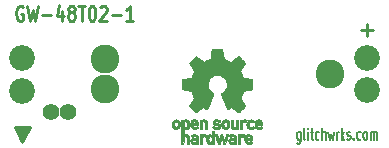
<source format=gbr>
G04 #@! TF.FileFunction,Soldermask,Top*
%FSLAX46Y46*%
G04 Gerber Fmt 4.6, Leading zero omitted, Abs format (unit mm)*
G04 Created by KiCad (PCBNEW 4.0.4-stable) date Tue Aug  1 11:33:22 2017*
%MOMM*%
%LPD*%
G01*
G04 APERTURE LIST*
%ADD10C,0.100000*%
%ADD11C,0.158750*%
%ADD12C,0.254000*%
%ADD13C,0.010000*%
%ADD14C,2.432000*%
%ADD15C,1.400760*%
%ADD16C,2.178000*%
G04 APERTURE END LIST*
D10*
D11*
X151840594Y-45502286D02*
X151840594Y-46324762D01*
X151810356Y-46421524D01*
X151780118Y-46469905D01*
X151719642Y-46518286D01*
X151628928Y-46518286D01*
X151568451Y-46469905D01*
X151840594Y-46131238D02*
X151780118Y-46179619D01*
X151659166Y-46179619D01*
X151598690Y-46131238D01*
X151568451Y-46082857D01*
X151538213Y-45986095D01*
X151538213Y-45695810D01*
X151568451Y-45599048D01*
X151598690Y-45550667D01*
X151659166Y-45502286D01*
X151780118Y-45502286D01*
X151840594Y-45550667D01*
X152233690Y-46179619D02*
X152173214Y-46131238D01*
X152142975Y-46034476D01*
X152142975Y-45163619D01*
X152475594Y-46179619D02*
X152475594Y-45502286D01*
X152475594Y-45163619D02*
X152445356Y-45212000D01*
X152475594Y-45260381D01*
X152505833Y-45212000D01*
X152475594Y-45163619D01*
X152475594Y-45260381D01*
X152687261Y-45502286D02*
X152929166Y-45502286D01*
X152777975Y-45163619D02*
X152777975Y-46034476D01*
X152808214Y-46131238D01*
X152868690Y-46179619D01*
X152929166Y-46179619D01*
X153412975Y-46131238D02*
X153352499Y-46179619D01*
X153231547Y-46179619D01*
X153171071Y-46131238D01*
X153140832Y-46082857D01*
X153110594Y-45986095D01*
X153110594Y-45695810D01*
X153140832Y-45599048D01*
X153171071Y-45550667D01*
X153231547Y-45502286D01*
X153352499Y-45502286D01*
X153412975Y-45550667D01*
X153685118Y-46179619D02*
X153685118Y-45163619D01*
X153957261Y-46179619D02*
X153957261Y-45647429D01*
X153927023Y-45550667D01*
X153866547Y-45502286D01*
X153775833Y-45502286D01*
X153715357Y-45550667D01*
X153685118Y-45599048D01*
X154199166Y-45502286D02*
X154320119Y-46179619D01*
X154441071Y-45695810D01*
X154562023Y-46179619D01*
X154682976Y-45502286D01*
X154924880Y-46179619D02*
X154924880Y-45502286D01*
X154924880Y-45695810D02*
X154955119Y-45599048D01*
X154985357Y-45550667D01*
X155045833Y-45502286D01*
X155106309Y-45502286D01*
X155317975Y-46179619D02*
X155317975Y-45163619D01*
X155378452Y-45792571D02*
X155559880Y-46179619D01*
X155559880Y-45502286D02*
X155317975Y-45889333D01*
X155801785Y-46131238D02*
X155862262Y-46179619D01*
X155983214Y-46179619D01*
X156043690Y-46131238D01*
X156073928Y-46034476D01*
X156073928Y-45986095D01*
X156043690Y-45889333D01*
X155983214Y-45840952D01*
X155892500Y-45840952D01*
X155832023Y-45792571D01*
X155801785Y-45695810D01*
X155801785Y-45647429D01*
X155832023Y-45550667D01*
X155892500Y-45502286D01*
X155983214Y-45502286D01*
X156043690Y-45550667D01*
X156346071Y-46082857D02*
X156376310Y-46131238D01*
X156346071Y-46179619D01*
X156315833Y-46131238D01*
X156346071Y-46082857D01*
X156346071Y-46179619D01*
X156920595Y-46131238D02*
X156860119Y-46179619D01*
X156739167Y-46179619D01*
X156678691Y-46131238D01*
X156648452Y-46082857D01*
X156618214Y-45986095D01*
X156618214Y-45695810D01*
X156648452Y-45599048D01*
X156678691Y-45550667D01*
X156739167Y-45502286D01*
X156860119Y-45502286D01*
X156920595Y-45550667D01*
X157283453Y-46179619D02*
X157222977Y-46131238D01*
X157192738Y-46082857D01*
X157162500Y-45986095D01*
X157162500Y-45695810D01*
X157192738Y-45599048D01*
X157222977Y-45550667D01*
X157283453Y-45502286D01*
X157374167Y-45502286D01*
X157434643Y-45550667D01*
X157464881Y-45599048D01*
X157495119Y-45695810D01*
X157495119Y-45986095D01*
X157464881Y-46082857D01*
X157434643Y-46131238D01*
X157374167Y-46179619D01*
X157283453Y-46179619D01*
X157767262Y-46179619D02*
X157767262Y-45502286D01*
X157767262Y-45599048D02*
X157797501Y-45550667D01*
X157857977Y-45502286D01*
X157948691Y-45502286D01*
X158009167Y-45550667D01*
X158039405Y-45647429D01*
X158039405Y-46179619D01*
X158039405Y-45647429D02*
X158069643Y-45550667D01*
X158130120Y-45502286D01*
X158220834Y-45502286D01*
X158281310Y-45550667D01*
X158311548Y-45647429D01*
X158311548Y-46179619D01*
D12*
X128336524Y-34925000D02*
X128239762Y-34864524D01*
X128094619Y-34864524D01*
X127949477Y-34925000D01*
X127852715Y-35045952D01*
X127804334Y-35166905D01*
X127755953Y-35408810D01*
X127755953Y-35590238D01*
X127804334Y-35832143D01*
X127852715Y-35953095D01*
X127949477Y-36074048D01*
X128094619Y-36134524D01*
X128191381Y-36134524D01*
X128336524Y-36074048D01*
X128384905Y-36013571D01*
X128384905Y-35590238D01*
X128191381Y-35590238D01*
X128723572Y-34864524D02*
X128965477Y-36134524D01*
X129159000Y-35227381D01*
X129352524Y-36134524D01*
X129594429Y-34864524D01*
X129981477Y-35650714D02*
X130755572Y-35650714D01*
X131674810Y-35287857D02*
X131674810Y-36134524D01*
X131432906Y-34804048D02*
X131191001Y-35711190D01*
X131819953Y-35711190D01*
X132352144Y-35408810D02*
X132255382Y-35348333D01*
X132207001Y-35287857D01*
X132158620Y-35166905D01*
X132158620Y-35106429D01*
X132207001Y-34985476D01*
X132255382Y-34925000D01*
X132352144Y-34864524D01*
X132545667Y-34864524D01*
X132642429Y-34925000D01*
X132690810Y-34985476D01*
X132739191Y-35106429D01*
X132739191Y-35166905D01*
X132690810Y-35287857D01*
X132642429Y-35348333D01*
X132545667Y-35408810D01*
X132352144Y-35408810D01*
X132255382Y-35469286D01*
X132207001Y-35529762D01*
X132158620Y-35650714D01*
X132158620Y-35892619D01*
X132207001Y-36013571D01*
X132255382Y-36074048D01*
X132352144Y-36134524D01*
X132545667Y-36134524D01*
X132642429Y-36074048D01*
X132690810Y-36013571D01*
X132739191Y-35892619D01*
X132739191Y-35650714D01*
X132690810Y-35529762D01*
X132642429Y-35469286D01*
X132545667Y-35408810D01*
X133029477Y-34864524D02*
X133610048Y-34864524D01*
X133319763Y-36134524D02*
X133319763Y-34864524D01*
X134142239Y-34864524D02*
X134239000Y-34864524D01*
X134335762Y-34925000D01*
X134384143Y-34985476D01*
X134432524Y-35106429D01*
X134480905Y-35348333D01*
X134480905Y-35650714D01*
X134432524Y-35892619D01*
X134384143Y-36013571D01*
X134335762Y-36074048D01*
X134239000Y-36134524D01*
X134142239Y-36134524D01*
X134045477Y-36074048D01*
X133997096Y-36013571D01*
X133948715Y-35892619D01*
X133900334Y-35650714D01*
X133900334Y-35348333D01*
X133948715Y-35106429D01*
X133997096Y-34985476D01*
X134045477Y-34925000D01*
X134142239Y-34864524D01*
X134867953Y-34985476D02*
X134916334Y-34925000D01*
X135013096Y-34864524D01*
X135255000Y-34864524D01*
X135351762Y-34925000D01*
X135400143Y-34985476D01*
X135448524Y-35106429D01*
X135448524Y-35227381D01*
X135400143Y-35408810D01*
X134819572Y-36134524D01*
X135448524Y-36134524D01*
X135883953Y-35650714D02*
X136658048Y-35650714D01*
X137674048Y-36134524D02*
X137093477Y-36134524D01*
X137383763Y-36134524D02*
X137383763Y-34864524D01*
X137287001Y-35045952D01*
X137190239Y-35166905D01*
X137093477Y-35227381D01*
X156996191Y-36920714D02*
X157963810Y-36920714D01*
X157480000Y-37404524D02*
X157480000Y-36436905D01*
D13*
G36*
X142243360Y-44497468D02*
X142278592Y-44514874D01*
X142322040Y-44545206D01*
X142353706Y-44578283D01*
X142375394Y-44619817D01*
X142388903Y-44675522D01*
X142396038Y-44751111D01*
X142398600Y-44852296D01*
X142398750Y-44895797D01*
X142398312Y-44991135D01*
X142396496Y-45059271D01*
X142392545Y-45106418D01*
X142385702Y-45138790D01*
X142375211Y-45162600D01*
X142364296Y-45178843D01*
X142294619Y-45247952D01*
X142212566Y-45289521D01*
X142124050Y-45302023D01*
X142034981Y-45283934D01*
X142006763Y-45271142D01*
X141939210Y-45235931D01*
X141939210Y-45787700D01*
X141988512Y-45762205D01*
X142053473Y-45742480D01*
X142133320Y-45737427D01*
X142213052Y-45746756D01*
X142273265Y-45767714D01*
X142323208Y-45807627D01*
X142365881Y-45864741D01*
X142369090Y-45870605D01*
X142382622Y-45898227D01*
X142392505Y-45926068D01*
X142399309Y-45959794D01*
X142403601Y-46005071D01*
X142405951Y-46067562D01*
X142406928Y-46152935D01*
X142407105Y-46249010D01*
X142407105Y-46555526D01*
X142223289Y-46555526D01*
X142223289Y-45990339D01*
X142171875Y-45947077D01*
X142118466Y-45912472D01*
X142067888Y-45906180D01*
X142017030Y-45922372D01*
X141989925Y-45938227D01*
X141969751Y-45960810D01*
X141955403Y-45994940D01*
X141945776Y-46045434D01*
X141939763Y-46117111D01*
X141936260Y-46214788D01*
X141935026Y-46279802D01*
X141930855Y-46547171D01*
X141843125Y-46552222D01*
X141755394Y-46557273D01*
X141755394Y-44898101D01*
X141939210Y-44898101D01*
X141943896Y-44990600D01*
X141959688Y-45054809D01*
X141989183Y-45094759D01*
X142034980Y-45114480D01*
X142081250Y-45118421D01*
X142133628Y-45113892D01*
X142168390Y-45096069D01*
X142190128Y-45072519D01*
X142207240Y-45047189D01*
X142217427Y-45018969D01*
X142221960Y-44979431D01*
X142222109Y-44920142D01*
X142220584Y-44870498D01*
X142217081Y-44795710D01*
X142211867Y-44746611D01*
X142203087Y-44715467D01*
X142188886Y-44694545D01*
X142175484Y-44682452D01*
X142119487Y-44656081D01*
X142053211Y-44651822D01*
X142015156Y-44660906D01*
X141977477Y-44693196D01*
X141952519Y-44756006D01*
X141940422Y-44848894D01*
X141939210Y-44898101D01*
X141755394Y-44898101D01*
X141755394Y-44483421D01*
X141847302Y-44483421D01*
X141902483Y-44485603D01*
X141930952Y-44493351D01*
X141939206Y-44508468D01*
X141939210Y-44508916D01*
X141943040Y-44523720D01*
X141959933Y-44522039D01*
X141993519Y-44505772D01*
X142071778Y-44480887D01*
X142159827Y-44478271D01*
X142243360Y-44497468D01*
X142243360Y-44497468D01*
G37*
X142243360Y-44497468D02*
X142278592Y-44514874D01*
X142322040Y-44545206D01*
X142353706Y-44578283D01*
X142375394Y-44619817D01*
X142388903Y-44675522D01*
X142396038Y-44751111D01*
X142398600Y-44852296D01*
X142398750Y-44895797D01*
X142398312Y-44991135D01*
X142396496Y-45059271D01*
X142392545Y-45106418D01*
X142385702Y-45138790D01*
X142375211Y-45162600D01*
X142364296Y-45178843D01*
X142294619Y-45247952D01*
X142212566Y-45289521D01*
X142124050Y-45302023D01*
X142034981Y-45283934D01*
X142006763Y-45271142D01*
X141939210Y-45235931D01*
X141939210Y-45787700D01*
X141988512Y-45762205D01*
X142053473Y-45742480D01*
X142133320Y-45737427D01*
X142213052Y-45746756D01*
X142273265Y-45767714D01*
X142323208Y-45807627D01*
X142365881Y-45864741D01*
X142369090Y-45870605D01*
X142382622Y-45898227D01*
X142392505Y-45926068D01*
X142399309Y-45959794D01*
X142403601Y-46005071D01*
X142405951Y-46067562D01*
X142406928Y-46152935D01*
X142407105Y-46249010D01*
X142407105Y-46555526D01*
X142223289Y-46555526D01*
X142223289Y-45990339D01*
X142171875Y-45947077D01*
X142118466Y-45912472D01*
X142067888Y-45906180D01*
X142017030Y-45922372D01*
X141989925Y-45938227D01*
X141969751Y-45960810D01*
X141955403Y-45994940D01*
X141945776Y-46045434D01*
X141939763Y-46117111D01*
X141936260Y-46214788D01*
X141935026Y-46279802D01*
X141930855Y-46547171D01*
X141843125Y-46552222D01*
X141755394Y-46557273D01*
X141755394Y-44898101D01*
X141939210Y-44898101D01*
X141943896Y-44990600D01*
X141959688Y-45054809D01*
X141989183Y-45094759D01*
X142034980Y-45114480D01*
X142081250Y-45118421D01*
X142133628Y-45113892D01*
X142168390Y-45096069D01*
X142190128Y-45072519D01*
X142207240Y-45047189D01*
X142217427Y-45018969D01*
X142221960Y-44979431D01*
X142222109Y-44920142D01*
X142220584Y-44870498D01*
X142217081Y-44795710D01*
X142211867Y-44746611D01*
X142203087Y-44715467D01*
X142188886Y-44694545D01*
X142175484Y-44682452D01*
X142119487Y-44656081D01*
X142053211Y-44651822D01*
X142015156Y-44660906D01*
X141977477Y-44693196D01*
X141952519Y-44756006D01*
X141940422Y-44848894D01*
X141939210Y-44898101D01*
X141755394Y-44898101D01*
X141755394Y-44483421D01*
X141847302Y-44483421D01*
X141902483Y-44485603D01*
X141930952Y-44493351D01*
X141939206Y-44508468D01*
X141939210Y-44508916D01*
X141943040Y-44523720D01*
X141959933Y-44522039D01*
X141993519Y-44505772D01*
X142071778Y-44480887D01*
X142159827Y-44478271D01*
X142243360Y-44497468D01*
G36*
X142940457Y-45743184D02*
X143019070Y-45764160D01*
X143078916Y-45802180D01*
X143121147Y-45851978D01*
X143134275Y-45873230D01*
X143143968Y-45895492D01*
X143150744Y-45923970D01*
X143155123Y-45963871D01*
X143157624Y-46020401D01*
X143158768Y-46098767D01*
X143159072Y-46204176D01*
X143159078Y-46232142D01*
X143159078Y-46555526D01*
X143078868Y-46555526D01*
X143027706Y-46551943D01*
X142989877Y-46542866D01*
X142980399Y-46537268D01*
X142954488Y-46527606D01*
X142928024Y-46537268D01*
X142884452Y-46549330D01*
X142821160Y-46554185D01*
X142751010Y-46552078D01*
X142686860Y-46543256D01*
X142649407Y-46531937D01*
X142576933Y-46485412D01*
X142531640Y-46420846D01*
X142511278Y-46335000D01*
X142511088Y-46332796D01*
X142512875Y-46294713D01*
X142674473Y-46294713D01*
X142688601Y-46338030D01*
X142711612Y-46362408D01*
X142757804Y-46380845D01*
X142818775Y-46388205D01*
X142880949Y-46384583D01*
X142930751Y-46370074D01*
X142944703Y-46360765D01*
X142969085Y-46317753D01*
X142975263Y-46268857D01*
X142975263Y-46204605D01*
X142882818Y-46204605D01*
X142794995Y-46211366D01*
X142728418Y-46230520D01*
X142687002Y-46260376D01*
X142674473Y-46294713D01*
X142512875Y-46294713D01*
X142515490Y-46239004D01*
X142546424Y-46164847D01*
X142604581Y-46108767D01*
X142612620Y-46103665D01*
X142647163Y-46087055D01*
X142689918Y-46076996D01*
X142749686Y-46072107D01*
X142820690Y-46070983D01*
X142975263Y-46070921D01*
X142975263Y-46006125D01*
X142968706Y-45955850D01*
X142951975Y-45922169D01*
X142950016Y-45920376D01*
X142912783Y-45905642D01*
X142856580Y-45899931D01*
X142794467Y-45902737D01*
X142739510Y-45913556D01*
X142706899Y-45929782D01*
X142689228Y-45942780D01*
X142670569Y-45945262D01*
X142644819Y-45934613D01*
X142605873Y-45908218D01*
X142547630Y-45863465D01*
X142542284Y-45859273D01*
X142545023Y-45843760D01*
X142567876Y-45817960D01*
X142602609Y-45789289D01*
X142640990Y-45765166D01*
X142653048Y-45759470D01*
X142697034Y-45748103D01*
X142761487Y-45739995D01*
X142833497Y-45736743D01*
X142836864Y-45736736D01*
X142940457Y-45743184D01*
X142940457Y-45743184D01*
G37*
X142940457Y-45743184D02*
X143019070Y-45764160D01*
X143078916Y-45802180D01*
X143121147Y-45851978D01*
X143134275Y-45873230D01*
X143143968Y-45895492D01*
X143150744Y-45923970D01*
X143155123Y-45963871D01*
X143157624Y-46020401D01*
X143158768Y-46098767D01*
X143159072Y-46204176D01*
X143159078Y-46232142D01*
X143159078Y-46555526D01*
X143078868Y-46555526D01*
X143027706Y-46551943D01*
X142989877Y-46542866D01*
X142980399Y-46537268D01*
X142954488Y-46527606D01*
X142928024Y-46537268D01*
X142884452Y-46549330D01*
X142821160Y-46554185D01*
X142751010Y-46552078D01*
X142686860Y-46543256D01*
X142649407Y-46531937D01*
X142576933Y-46485412D01*
X142531640Y-46420846D01*
X142511278Y-46335000D01*
X142511088Y-46332796D01*
X142512875Y-46294713D01*
X142674473Y-46294713D01*
X142688601Y-46338030D01*
X142711612Y-46362408D01*
X142757804Y-46380845D01*
X142818775Y-46388205D01*
X142880949Y-46384583D01*
X142930751Y-46370074D01*
X142944703Y-46360765D01*
X142969085Y-46317753D01*
X142975263Y-46268857D01*
X142975263Y-46204605D01*
X142882818Y-46204605D01*
X142794995Y-46211366D01*
X142728418Y-46230520D01*
X142687002Y-46260376D01*
X142674473Y-46294713D01*
X142512875Y-46294713D01*
X142515490Y-46239004D01*
X142546424Y-46164847D01*
X142604581Y-46108767D01*
X142612620Y-46103665D01*
X142647163Y-46087055D01*
X142689918Y-46076996D01*
X142749686Y-46072107D01*
X142820690Y-46070983D01*
X142975263Y-46070921D01*
X142975263Y-46006125D01*
X142968706Y-45955850D01*
X142951975Y-45922169D01*
X142950016Y-45920376D01*
X142912783Y-45905642D01*
X142856580Y-45899931D01*
X142794467Y-45902737D01*
X142739510Y-45913556D01*
X142706899Y-45929782D01*
X142689228Y-45942780D01*
X142670569Y-45945262D01*
X142644819Y-45934613D01*
X142605873Y-45908218D01*
X142547630Y-45863465D01*
X142542284Y-45859273D01*
X142545023Y-45843760D01*
X142567876Y-45817960D01*
X142602609Y-45789289D01*
X142640990Y-45765166D01*
X142653048Y-45759470D01*
X142697034Y-45748103D01*
X142761487Y-45739995D01*
X142833497Y-45736743D01*
X142836864Y-45736736D01*
X142940457Y-45743184D01*
G36*
X143459881Y-45738486D02*
X143484888Y-45745982D01*
X143492950Y-45762451D01*
X143493289Y-45769886D01*
X143494736Y-45790594D01*
X143504698Y-45793845D01*
X143531612Y-45779648D01*
X143547598Y-45769948D01*
X143598033Y-45749175D01*
X143658272Y-45738904D01*
X143721434Y-45738114D01*
X143780637Y-45745786D01*
X143829002Y-45760898D01*
X143859646Y-45782432D01*
X143865689Y-45809366D01*
X143862639Y-45816660D01*
X143840406Y-45846937D01*
X143805930Y-45884175D01*
X143799694Y-45890195D01*
X143766833Y-45917875D01*
X143738480Y-45926818D01*
X143698827Y-45920576D01*
X143682942Y-45916429D01*
X143633509Y-45906467D01*
X143598752Y-45910947D01*
X143569400Y-45926746D01*
X143542513Y-45947949D01*
X143522710Y-45974614D01*
X143508948Y-46011827D01*
X143500184Y-46064673D01*
X143495374Y-46138237D01*
X143493474Y-46237605D01*
X143493289Y-46297601D01*
X143493289Y-46555526D01*
X143326184Y-46555526D01*
X143326184Y-45736710D01*
X143409736Y-45736710D01*
X143459881Y-45738486D01*
X143459881Y-45738486D01*
G37*
X143459881Y-45738486D02*
X143484888Y-45745982D01*
X143492950Y-45762451D01*
X143493289Y-45769886D01*
X143494736Y-45790594D01*
X143504698Y-45793845D01*
X143531612Y-45779648D01*
X143547598Y-45769948D01*
X143598033Y-45749175D01*
X143658272Y-45738904D01*
X143721434Y-45738114D01*
X143780637Y-45745786D01*
X143829002Y-45760898D01*
X143859646Y-45782432D01*
X143865689Y-45809366D01*
X143862639Y-45816660D01*
X143840406Y-45846937D01*
X143805930Y-45884175D01*
X143799694Y-45890195D01*
X143766833Y-45917875D01*
X143738480Y-45926818D01*
X143698827Y-45920576D01*
X143682942Y-45916429D01*
X143633509Y-45906467D01*
X143598752Y-45910947D01*
X143569400Y-45926746D01*
X143542513Y-45947949D01*
X143522710Y-45974614D01*
X143508948Y-46011827D01*
X143500184Y-46064673D01*
X143495374Y-46138237D01*
X143493474Y-46237605D01*
X143493289Y-46297601D01*
X143493289Y-46555526D01*
X143326184Y-46555526D01*
X143326184Y-45736710D01*
X143409736Y-45736710D01*
X143459881Y-45738486D01*
G36*
X144512631Y-46555526D02*
X144420723Y-46555526D01*
X144367377Y-46553962D01*
X144339593Y-46547485D01*
X144329590Y-46533418D01*
X144328815Y-46523906D01*
X144327128Y-46504832D01*
X144316490Y-46501174D01*
X144288535Y-46512932D01*
X144266795Y-46523906D01*
X144183332Y-46549911D01*
X144092604Y-46551416D01*
X144018842Y-46532021D01*
X143950154Y-46485165D01*
X143897794Y-46416004D01*
X143869122Y-46334427D01*
X143868392Y-46329866D01*
X143864132Y-46280101D01*
X143862014Y-46208659D01*
X143862184Y-46154626D01*
X144044720Y-46154626D01*
X144048949Y-46226441D01*
X144058568Y-46285634D01*
X144071590Y-46319060D01*
X144120856Y-46364740D01*
X144179350Y-46381115D01*
X144239671Y-46367873D01*
X144291217Y-46328373D01*
X144310738Y-46301807D01*
X144322152Y-46270106D01*
X144327498Y-46223832D01*
X144328815Y-46154328D01*
X144326458Y-46085499D01*
X144320233Y-46025026D01*
X144311408Y-45984556D01*
X144309937Y-45980929D01*
X144274347Y-45937802D01*
X144222400Y-45914124D01*
X144164278Y-45910301D01*
X144110160Y-45926738D01*
X144070226Y-45963840D01*
X144066083Y-45971222D01*
X144053116Y-46016239D01*
X144046052Y-46080967D01*
X144044720Y-46154626D01*
X143862184Y-46154626D01*
X143862271Y-46127230D01*
X143863472Y-46083405D01*
X143871645Y-45974988D01*
X143888630Y-45893588D01*
X143916887Y-45833412D01*
X143958872Y-45788666D01*
X143999632Y-45762400D01*
X144056581Y-45743935D01*
X144127411Y-45737602D01*
X144199941Y-45742760D01*
X144261986Y-45758769D01*
X144294768Y-45777920D01*
X144328815Y-45808732D01*
X144328815Y-45419210D01*
X144512631Y-45419210D01*
X144512631Y-46555526D01*
X144512631Y-46555526D01*
G37*
X144512631Y-46555526D02*
X144420723Y-46555526D01*
X144367377Y-46553962D01*
X144339593Y-46547485D01*
X144329590Y-46533418D01*
X144328815Y-46523906D01*
X144327128Y-46504832D01*
X144316490Y-46501174D01*
X144288535Y-46512932D01*
X144266795Y-46523906D01*
X144183332Y-46549911D01*
X144092604Y-46551416D01*
X144018842Y-46532021D01*
X143950154Y-46485165D01*
X143897794Y-46416004D01*
X143869122Y-46334427D01*
X143868392Y-46329866D01*
X143864132Y-46280101D01*
X143862014Y-46208659D01*
X143862184Y-46154626D01*
X144044720Y-46154626D01*
X144048949Y-46226441D01*
X144058568Y-46285634D01*
X144071590Y-46319060D01*
X144120856Y-46364740D01*
X144179350Y-46381115D01*
X144239671Y-46367873D01*
X144291217Y-46328373D01*
X144310738Y-46301807D01*
X144322152Y-46270106D01*
X144327498Y-46223832D01*
X144328815Y-46154328D01*
X144326458Y-46085499D01*
X144320233Y-46025026D01*
X144311408Y-45984556D01*
X144309937Y-45980929D01*
X144274347Y-45937802D01*
X144222400Y-45914124D01*
X144164278Y-45910301D01*
X144110160Y-45926738D01*
X144070226Y-45963840D01*
X144066083Y-45971222D01*
X144053116Y-46016239D01*
X144046052Y-46080967D01*
X144044720Y-46154626D01*
X143862184Y-46154626D01*
X143862271Y-46127230D01*
X143863472Y-46083405D01*
X143871645Y-45974988D01*
X143888630Y-45893588D01*
X143916887Y-45833412D01*
X143958872Y-45788666D01*
X143999632Y-45762400D01*
X144056581Y-45743935D01*
X144127411Y-45737602D01*
X144199941Y-45742760D01*
X144261986Y-45758769D01*
X144294768Y-45777920D01*
X144328815Y-45808732D01*
X144328815Y-45419210D01*
X144512631Y-45419210D01*
X144512631Y-46555526D01*
G36*
X145154130Y-45740104D02*
X145220220Y-45745066D01*
X145306626Y-46004079D01*
X145393031Y-46263092D01*
X145420124Y-46171184D01*
X145436428Y-46114384D01*
X145457875Y-46037625D01*
X145481035Y-45953251D01*
X145493280Y-45907993D01*
X145539344Y-45736710D01*
X145729387Y-45736710D01*
X145672582Y-45916349D01*
X145644607Y-46004704D01*
X145610813Y-46111281D01*
X145575520Y-46222454D01*
X145544013Y-46321579D01*
X145472250Y-46547171D01*
X145317286Y-46557253D01*
X145275270Y-46418528D01*
X145249359Y-46332351D01*
X145221083Y-46237347D01*
X145196369Y-46153441D01*
X145195394Y-46150102D01*
X145176935Y-46093248D01*
X145160649Y-46054456D01*
X145149242Y-46039787D01*
X145146898Y-46041483D01*
X145138671Y-46064225D01*
X145123038Y-46112940D01*
X145101904Y-46181502D01*
X145077170Y-46263785D01*
X145063787Y-46309046D01*
X144991311Y-46555526D01*
X144837495Y-46555526D01*
X144714531Y-46167006D01*
X144679988Y-46058022D01*
X144648521Y-45959048D01*
X144621616Y-45874736D01*
X144600759Y-45809734D01*
X144587438Y-45768692D01*
X144583388Y-45756701D01*
X144586594Y-45744423D01*
X144611765Y-45739046D01*
X144664146Y-45739584D01*
X144672345Y-45739990D01*
X144769482Y-45745066D01*
X144833100Y-45979013D01*
X144856484Y-46064333D01*
X144877381Y-46139335D01*
X144893951Y-46197507D01*
X144904354Y-46232337D01*
X144906276Y-46238016D01*
X144914241Y-46231486D01*
X144930304Y-46197654D01*
X144952621Y-46141127D01*
X144979345Y-46066510D01*
X145001937Y-45999107D01*
X145088041Y-45735143D01*
X145154130Y-45740104D01*
X145154130Y-45740104D01*
G37*
X145154130Y-45740104D02*
X145220220Y-45745066D01*
X145306626Y-46004079D01*
X145393031Y-46263092D01*
X145420124Y-46171184D01*
X145436428Y-46114384D01*
X145457875Y-46037625D01*
X145481035Y-45953251D01*
X145493280Y-45907993D01*
X145539344Y-45736710D01*
X145729387Y-45736710D01*
X145672582Y-45916349D01*
X145644607Y-46004704D01*
X145610813Y-46111281D01*
X145575520Y-46222454D01*
X145544013Y-46321579D01*
X145472250Y-46547171D01*
X145317286Y-46557253D01*
X145275270Y-46418528D01*
X145249359Y-46332351D01*
X145221083Y-46237347D01*
X145196369Y-46153441D01*
X145195394Y-46150102D01*
X145176935Y-46093248D01*
X145160649Y-46054456D01*
X145149242Y-46039787D01*
X145146898Y-46041483D01*
X145138671Y-46064225D01*
X145123038Y-46112940D01*
X145101904Y-46181502D01*
X145077170Y-46263785D01*
X145063787Y-46309046D01*
X144991311Y-46555526D01*
X144837495Y-46555526D01*
X144714531Y-46167006D01*
X144679988Y-46058022D01*
X144648521Y-45959048D01*
X144621616Y-45874736D01*
X144600759Y-45809734D01*
X144587438Y-45768692D01*
X144583388Y-45756701D01*
X144586594Y-45744423D01*
X144611765Y-45739046D01*
X144664146Y-45739584D01*
X144672345Y-45739990D01*
X144769482Y-45745066D01*
X144833100Y-45979013D01*
X144856484Y-46064333D01*
X144877381Y-46139335D01*
X144893951Y-46197507D01*
X144904354Y-46232337D01*
X144906276Y-46238016D01*
X144914241Y-46231486D01*
X144930304Y-46197654D01*
X144952621Y-46141127D01*
X144979345Y-46066510D01*
X145001937Y-45999107D01*
X145088041Y-45735143D01*
X145154130Y-45740104D01*
G36*
X146159992Y-45741673D02*
X146230427Y-45758780D01*
X146250787Y-45767844D01*
X146290253Y-45791583D01*
X146320541Y-45818321D01*
X146342952Y-45852699D01*
X146358786Y-45899360D01*
X146369343Y-45962946D01*
X146375924Y-46048099D01*
X146379828Y-46159462D01*
X146381310Y-46233849D01*
X146386765Y-46555526D01*
X146293580Y-46555526D01*
X146237047Y-46553156D01*
X146207922Y-46545055D01*
X146200394Y-46531451D01*
X146196420Y-46516741D01*
X146178652Y-46519554D01*
X146154440Y-46531348D01*
X146093828Y-46549427D01*
X146015929Y-46554299D01*
X145933995Y-46546330D01*
X145861281Y-46525889D01*
X145854759Y-46523051D01*
X145788302Y-46476365D01*
X145744491Y-46411464D01*
X145724332Y-46335600D01*
X145725872Y-46308344D01*
X145890345Y-46308344D01*
X145904837Y-46345024D01*
X145947805Y-46371309D01*
X146017129Y-46385417D01*
X146054177Y-46387290D01*
X146115919Y-46382494D01*
X146156960Y-46363858D01*
X146166973Y-46355000D01*
X146194100Y-46306806D01*
X146200394Y-46263092D01*
X146200394Y-46204605D01*
X146118930Y-46204605D01*
X146024234Y-46209432D01*
X145957813Y-46224613D01*
X145915846Y-46251200D01*
X145906449Y-46263052D01*
X145890345Y-46308344D01*
X145725872Y-46308344D01*
X145728829Y-46256026D01*
X145758985Y-46179995D01*
X145800131Y-46128612D01*
X145825052Y-46106397D01*
X145849448Y-46091798D01*
X145881191Y-46082897D01*
X145928152Y-46077775D01*
X145998204Y-46074515D01*
X146025990Y-46073577D01*
X146200394Y-46067879D01*
X146200138Y-46015091D01*
X146193384Y-45959603D01*
X146168964Y-45926052D01*
X146119630Y-45904618D01*
X146118306Y-45904236D01*
X146048360Y-45895808D01*
X145979914Y-45906816D01*
X145929047Y-45933585D01*
X145908637Y-45946803D01*
X145886654Y-45944974D01*
X145852826Y-45925824D01*
X145832961Y-45912308D01*
X145794106Y-45883432D01*
X145770038Y-45861786D01*
X145766176Y-45855589D01*
X145782079Y-45823519D01*
X145829065Y-45785219D01*
X145849473Y-45772297D01*
X145908143Y-45750041D01*
X145987212Y-45737432D01*
X146075041Y-45734600D01*
X146159992Y-45741673D01*
X146159992Y-45741673D01*
G37*
X146159992Y-45741673D02*
X146230427Y-45758780D01*
X146250787Y-45767844D01*
X146290253Y-45791583D01*
X146320541Y-45818321D01*
X146342952Y-45852699D01*
X146358786Y-45899360D01*
X146369343Y-45962946D01*
X146375924Y-46048099D01*
X146379828Y-46159462D01*
X146381310Y-46233849D01*
X146386765Y-46555526D01*
X146293580Y-46555526D01*
X146237047Y-46553156D01*
X146207922Y-46545055D01*
X146200394Y-46531451D01*
X146196420Y-46516741D01*
X146178652Y-46519554D01*
X146154440Y-46531348D01*
X146093828Y-46549427D01*
X146015929Y-46554299D01*
X145933995Y-46546330D01*
X145861281Y-46525889D01*
X145854759Y-46523051D01*
X145788302Y-46476365D01*
X145744491Y-46411464D01*
X145724332Y-46335600D01*
X145725872Y-46308344D01*
X145890345Y-46308344D01*
X145904837Y-46345024D01*
X145947805Y-46371309D01*
X146017129Y-46385417D01*
X146054177Y-46387290D01*
X146115919Y-46382494D01*
X146156960Y-46363858D01*
X146166973Y-46355000D01*
X146194100Y-46306806D01*
X146200394Y-46263092D01*
X146200394Y-46204605D01*
X146118930Y-46204605D01*
X146024234Y-46209432D01*
X145957813Y-46224613D01*
X145915846Y-46251200D01*
X145906449Y-46263052D01*
X145890345Y-46308344D01*
X145725872Y-46308344D01*
X145728829Y-46256026D01*
X145758985Y-46179995D01*
X145800131Y-46128612D01*
X145825052Y-46106397D01*
X145849448Y-46091798D01*
X145881191Y-46082897D01*
X145928152Y-46077775D01*
X145998204Y-46074515D01*
X146025990Y-46073577D01*
X146200394Y-46067879D01*
X146200138Y-46015091D01*
X146193384Y-45959603D01*
X146168964Y-45926052D01*
X146119630Y-45904618D01*
X146118306Y-45904236D01*
X146048360Y-45895808D01*
X145979914Y-45906816D01*
X145929047Y-45933585D01*
X145908637Y-45946803D01*
X145886654Y-45944974D01*
X145852826Y-45925824D01*
X145832961Y-45912308D01*
X145794106Y-45883432D01*
X145770038Y-45861786D01*
X145766176Y-45855589D01*
X145782079Y-45823519D01*
X145829065Y-45785219D01*
X145849473Y-45772297D01*
X145908143Y-45750041D01*
X145987212Y-45737432D01*
X146075041Y-45734600D01*
X146159992Y-45741673D01*
G36*
X146953167Y-45736447D02*
X147017408Y-45749112D01*
X147053980Y-45767864D01*
X147092453Y-45799017D01*
X147037717Y-45868127D01*
X147003969Y-45909979D01*
X146981053Y-45930398D01*
X146958279Y-45933517D01*
X146924956Y-45923472D01*
X146909314Y-45917789D01*
X146845542Y-45909404D01*
X146787140Y-45927378D01*
X146744264Y-45967982D01*
X146737299Y-45980929D01*
X146729713Y-46015224D01*
X146723859Y-46078427D01*
X146720011Y-46166060D01*
X146718443Y-46273640D01*
X146718421Y-46288944D01*
X146718421Y-46555526D01*
X146534605Y-46555526D01*
X146534605Y-45736710D01*
X146626513Y-45736710D01*
X146679507Y-45738094D01*
X146707115Y-45744252D01*
X146717324Y-45758194D01*
X146718421Y-45771344D01*
X146718421Y-45805978D01*
X146762450Y-45771344D01*
X146812937Y-45747716D01*
X146880760Y-45736033D01*
X146953167Y-45736447D01*
X146953167Y-45736447D01*
G37*
X146953167Y-45736447D02*
X147017408Y-45749112D01*
X147053980Y-45767864D01*
X147092453Y-45799017D01*
X147037717Y-45868127D01*
X147003969Y-45909979D01*
X146981053Y-45930398D01*
X146958279Y-45933517D01*
X146924956Y-45923472D01*
X146909314Y-45917789D01*
X146845542Y-45909404D01*
X146787140Y-45927378D01*
X146744264Y-45967982D01*
X146737299Y-45980929D01*
X146729713Y-46015224D01*
X146723859Y-46078427D01*
X146720011Y-46166060D01*
X146718443Y-46273640D01*
X146718421Y-46288944D01*
X146718421Y-46555526D01*
X146534605Y-46555526D01*
X146534605Y-45736710D01*
X146626513Y-45736710D01*
X146679507Y-45738094D01*
X146707115Y-45744252D01*
X146717324Y-45758194D01*
X146718421Y-45771344D01*
X146718421Y-45805978D01*
X146762450Y-45771344D01*
X146812937Y-45747716D01*
X146880760Y-45736033D01*
X146953167Y-45736447D01*
G36*
X147481193Y-45741078D02*
X147561068Y-45761845D01*
X147627962Y-45804705D01*
X147660351Y-45836723D01*
X147713445Y-45912413D01*
X147743873Y-46000216D01*
X147754327Y-46108150D01*
X147754380Y-46116875D01*
X147754473Y-46204605D01*
X147249534Y-46204605D01*
X147260298Y-46250559D01*
X147279732Y-46292178D01*
X147313745Y-46335544D01*
X147320860Y-46342467D01*
X147382003Y-46379935D01*
X147451729Y-46386289D01*
X147531987Y-46361638D01*
X147545592Y-46355000D01*
X147587319Y-46334819D01*
X147615268Y-46323321D01*
X147620145Y-46322258D01*
X147637168Y-46332583D01*
X147669633Y-46357845D01*
X147686114Y-46371650D01*
X147720264Y-46403361D01*
X147731478Y-46424299D01*
X147723695Y-46443560D01*
X147719535Y-46448827D01*
X147691357Y-46471878D01*
X147644862Y-46499892D01*
X147612434Y-46516246D01*
X147520385Y-46545059D01*
X147418476Y-46554395D01*
X147321963Y-46543332D01*
X147294934Y-46535412D01*
X147211276Y-46490581D01*
X147149266Y-46421598D01*
X147108545Y-46327794D01*
X147088755Y-46208498D01*
X147086582Y-46146118D01*
X147092926Y-46055298D01*
X147253157Y-46055298D01*
X147268655Y-46062012D01*
X147310312Y-46067280D01*
X147370876Y-46070389D01*
X147411907Y-46070921D01*
X147485711Y-46070408D01*
X147532293Y-46068006D01*
X147557848Y-46062422D01*
X147568569Y-46052361D01*
X147570657Y-46037763D01*
X147556331Y-45992796D01*
X147520262Y-45948353D01*
X147472815Y-45914242D01*
X147425349Y-45900288D01*
X147360879Y-45912666D01*
X147305070Y-45948452D01*
X147266374Y-46000033D01*
X147253157Y-46055298D01*
X147092926Y-46055298D01*
X147095821Y-46013866D01*
X147124336Y-45908498D01*
X147172729Y-45829178D01*
X147241604Y-45775071D01*
X147331565Y-45745343D01*
X147380300Y-45739618D01*
X147481193Y-45741078D01*
X147481193Y-45741078D01*
G37*
X147481193Y-45741078D02*
X147561068Y-45761845D01*
X147627962Y-45804705D01*
X147660351Y-45836723D01*
X147713445Y-45912413D01*
X147743873Y-46000216D01*
X147754327Y-46108150D01*
X147754380Y-46116875D01*
X147754473Y-46204605D01*
X147249534Y-46204605D01*
X147260298Y-46250559D01*
X147279732Y-46292178D01*
X147313745Y-46335544D01*
X147320860Y-46342467D01*
X147382003Y-46379935D01*
X147451729Y-46386289D01*
X147531987Y-46361638D01*
X147545592Y-46355000D01*
X147587319Y-46334819D01*
X147615268Y-46323321D01*
X147620145Y-46322258D01*
X147637168Y-46332583D01*
X147669633Y-46357845D01*
X147686114Y-46371650D01*
X147720264Y-46403361D01*
X147731478Y-46424299D01*
X147723695Y-46443560D01*
X147719535Y-46448827D01*
X147691357Y-46471878D01*
X147644862Y-46499892D01*
X147612434Y-46516246D01*
X147520385Y-46545059D01*
X147418476Y-46554395D01*
X147321963Y-46543332D01*
X147294934Y-46535412D01*
X147211276Y-46490581D01*
X147149266Y-46421598D01*
X147108545Y-46327794D01*
X147088755Y-46208498D01*
X147086582Y-46146118D01*
X147092926Y-46055298D01*
X147253157Y-46055298D01*
X147268655Y-46062012D01*
X147310312Y-46067280D01*
X147370876Y-46070389D01*
X147411907Y-46070921D01*
X147485711Y-46070408D01*
X147532293Y-46068006D01*
X147557848Y-46062422D01*
X147568569Y-46052361D01*
X147570657Y-46037763D01*
X147556331Y-45992796D01*
X147520262Y-45948353D01*
X147472815Y-45914242D01*
X147425349Y-45900288D01*
X147360879Y-45912666D01*
X147305070Y-45948452D01*
X147266374Y-46000033D01*
X147253157Y-46055298D01*
X147092926Y-46055298D01*
X147095821Y-46013866D01*
X147124336Y-45908498D01*
X147172729Y-45829178D01*
X147241604Y-45775071D01*
X147331565Y-45745343D01*
X147380300Y-45739618D01*
X147481193Y-45741078D01*
G36*
X141406784Y-44492104D02*
X141494205Y-44530754D01*
X141560570Y-44595290D01*
X141605976Y-44685812D01*
X141630518Y-44802418D01*
X141632277Y-44820624D01*
X141633656Y-44948984D01*
X141615784Y-45061496D01*
X141579750Y-45152688D01*
X141560455Y-45182022D01*
X141493245Y-45244106D01*
X141407650Y-45284316D01*
X141311890Y-45301003D01*
X141214187Y-45292517D01*
X141139917Y-45266380D01*
X141076047Y-45222335D01*
X141023846Y-45164587D01*
X141022943Y-45163236D01*
X141001744Y-45127593D01*
X140987967Y-45091752D01*
X140979624Y-45046519D01*
X140974727Y-44982701D01*
X140972569Y-44930368D01*
X140971671Y-44882910D01*
X141138743Y-44882910D01*
X141140376Y-44930154D01*
X141146304Y-44993046D01*
X141156761Y-45033407D01*
X141175619Y-45062122D01*
X141193281Y-45078896D01*
X141255894Y-45114016D01*
X141321408Y-45118710D01*
X141382421Y-45093440D01*
X141412928Y-45065124D01*
X141434911Y-45036589D01*
X141447769Y-45009284D01*
X141453412Y-44973750D01*
X141453751Y-44920524D01*
X141452012Y-44871506D01*
X141448271Y-44801482D01*
X141442341Y-44756064D01*
X141431653Y-44726440D01*
X141413639Y-44703797D01*
X141399363Y-44690855D01*
X141339651Y-44656860D01*
X141275234Y-44655165D01*
X141221219Y-44675301D01*
X141175140Y-44717352D01*
X141147689Y-44786428D01*
X141138743Y-44882910D01*
X140971671Y-44882910D01*
X140970599Y-44826299D01*
X140973964Y-44748468D01*
X140984045Y-44689930D01*
X141002226Y-44643737D01*
X141029890Y-44602942D01*
X141040146Y-44590828D01*
X141104278Y-44530474D01*
X141173066Y-44495220D01*
X141257189Y-44480450D01*
X141298209Y-44479243D01*
X141406784Y-44492104D01*
X141406784Y-44492104D01*
G37*
X141406784Y-44492104D02*
X141494205Y-44530754D01*
X141560570Y-44595290D01*
X141605976Y-44685812D01*
X141630518Y-44802418D01*
X141632277Y-44820624D01*
X141633656Y-44948984D01*
X141615784Y-45061496D01*
X141579750Y-45152688D01*
X141560455Y-45182022D01*
X141493245Y-45244106D01*
X141407650Y-45284316D01*
X141311890Y-45301003D01*
X141214187Y-45292517D01*
X141139917Y-45266380D01*
X141076047Y-45222335D01*
X141023846Y-45164587D01*
X141022943Y-45163236D01*
X141001744Y-45127593D01*
X140987967Y-45091752D01*
X140979624Y-45046519D01*
X140974727Y-44982701D01*
X140972569Y-44930368D01*
X140971671Y-44882910D01*
X141138743Y-44882910D01*
X141140376Y-44930154D01*
X141146304Y-44993046D01*
X141156761Y-45033407D01*
X141175619Y-45062122D01*
X141193281Y-45078896D01*
X141255894Y-45114016D01*
X141321408Y-45118710D01*
X141382421Y-45093440D01*
X141412928Y-45065124D01*
X141434911Y-45036589D01*
X141447769Y-45009284D01*
X141453412Y-44973750D01*
X141453751Y-44920524D01*
X141452012Y-44871506D01*
X141448271Y-44801482D01*
X141442341Y-44756064D01*
X141431653Y-44726440D01*
X141413639Y-44703797D01*
X141399363Y-44690855D01*
X141339651Y-44656860D01*
X141275234Y-44655165D01*
X141221219Y-44675301D01*
X141175140Y-44717352D01*
X141147689Y-44786428D01*
X141138743Y-44882910D01*
X140971671Y-44882910D01*
X140970599Y-44826299D01*
X140973964Y-44748468D01*
X140984045Y-44689930D01*
X141002226Y-44643737D01*
X141029890Y-44602942D01*
X141040146Y-44590828D01*
X141104278Y-44530474D01*
X141173066Y-44495220D01*
X141257189Y-44480450D01*
X141298209Y-44479243D01*
X141406784Y-44492104D01*
G36*
X142977018Y-44502027D02*
X142993670Y-44509866D01*
X143051305Y-44552086D01*
X143105805Y-44613700D01*
X143146499Y-44681543D01*
X143158074Y-44712734D01*
X143168634Y-44768449D01*
X143174931Y-44835781D01*
X143175696Y-44863585D01*
X143175789Y-44951316D01*
X142670850Y-44951316D01*
X142681613Y-44997270D01*
X142708033Y-45051620D01*
X142754222Y-45098591D01*
X142809172Y-45128848D01*
X142844189Y-45135131D01*
X142891677Y-45127506D01*
X142948335Y-45108383D01*
X142967582Y-45099584D01*
X143038759Y-45064036D01*
X143099502Y-45110367D01*
X143134552Y-45141703D01*
X143153202Y-45167567D01*
X143154147Y-45175158D01*
X143137485Y-45193556D01*
X143100970Y-45221515D01*
X143067828Y-45243327D01*
X142978393Y-45282537D01*
X142878129Y-45300285D01*
X142778754Y-45295670D01*
X142699539Y-45271551D01*
X142617880Y-45219884D01*
X142559849Y-45151856D01*
X142523546Y-45063843D01*
X142507072Y-44952216D01*
X142505611Y-44901138D01*
X142511457Y-44784091D01*
X142512175Y-44780686D01*
X142679489Y-44780686D01*
X142684097Y-44791662D01*
X142703036Y-44797715D01*
X142742098Y-44800310D01*
X142807077Y-44800910D01*
X142832097Y-44800921D01*
X142908221Y-44800014D01*
X142956496Y-44796720D01*
X142982460Y-44790181D01*
X142991648Y-44779537D01*
X142991973Y-44776119D01*
X142981487Y-44748956D01*
X142955242Y-44710903D01*
X142943959Y-44697579D01*
X142902072Y-44659896D01*
X142858409Y-44645080D01*
X142834885Y-44643842D01*
X142771243Y-44659329D01*
X142717873Y-44700930D01*
X142684019Y-44761353D01*
X142683419Y-44763322D01*
X142679489Y-44780686D01*
X142512175Y-44780686D01*
X142530899Y-44691928D01*
X142565922Y-44618190D01*
X142608756Y-44565848D01*
X142687948Y-44509092D01*
X142781040Y-44478762D01*
X142880055Y-44476021D01*
X142977018Y-44502027D01*
X142977018Y-44502027D01*
G37*
X142977018Y-44502027D02*
X142993670Y-44509866D01*
X143051305Y-44552086D01*
X143105805Y-44613700D01*
X143146499Y-44681543D01*
X143158074Y-44712734D01*
X143168634Y-44768449D01*
X143174931Y-44835781D01*
X143175696Y-44863585D01*
X143175789Y-44951316D01*
X142670850Y-44951316D01*
X142681613Y-44997270D01*
X142708033Y-45051620D01*
X142754222Y-45098591D01*
X142809172Y-45128848D01*
X142844189Y-45135131D01*
X142891677Y-45127506D01*
X142948335Y-45108383D01*
X142967582Y-45099584D01*
X143038759Y-45064036D01*
X143099502Y-45110367D01*
X143134552Y-45141703D01*
X143153202Y-45167567D01*
X143154147Y-45175158D01*
X143137485Y-45193556D01*
X143100970Y-45221515D01*
X143067828Y-45243327D01*
X142978393Y-45282537D01*
X142878129Y-45300285D01*
X142778754Y-45295670D01*
X142699539Y-45271551D01*
X142617880Y-45219884D01*
X142559849Y-45151856D01*
X142523546Y-45063843D01*
X142507072Y-44952216D01*
X142505611Y-44901138D01*
X142511457Y-44784091D01*
X142512175Y-44780686D01*
X142679489Y-44780686D01*
X142684097Y-44791662D01*
X142703036Y-44797715D01*
X142742098Y-44800310D01*
X142807077Y-44800910D01*
X142832097Y-44800921D01*
X142908221Y-44800014D01*
X142956496Y-44796720D01*
X142982460Y-44790181D01*
X142991648Y-44779537D01*
X142991973Y-44776119D01*
X142981487Y-44748956D01*
X142955242Y-44710903D01*
X142943959Y-44697579D01*
X142902072Y-44659896D01*
X142858409Y-44645080D01*
X142834885Y-44643842D01*
X142771243Y-44659329D01*
X142717873Y-44700930D01*
X142684019Y-44761353D01*
X142683419Y-44763322D01*
X142679489Y-44780686D01*
X142512175Y-44780686D01*
X142530899Y-44691928D01*
X142565922Y-44618190D01*
X142608756Y-44565848D01*
X142687948Y-44509092D01*
X142781040Y-44478762D01*
X142880055Y-44476021D01*
X142977018Y-44502027D01*
G36*
X144798628Y-44480547D02*
X144861908Y-44492548D01*
X144927557Y-44517648D01*
X144934572Y-44520848D01*
X144984356Y-44547026D01*
X145018834Y-44571353D01*
X145029978Y-44586937D01*
X145019366Y-44612353D01*
X144993588Y-44649853D01*
X144982146Y-44663852D01*
X144934992Y-44718954D01*
X144874201Y-44683086D01*
X144816347Y-44659192D01*
X144749500Y-44646420D01*
X144685394Y-44645613D01*
X144635764Y-44657615D01*
X144623854Y-44665105D01*
X144601172Y-44699450D01*
X144598416Y-44739013D01*
X144615388Y-44769920D01*
X144625427Y-44775913D01*
X144655510Y-44783357D01*
X144708389Y-44792106D01*
X144773575Y-44800467D01*
X144785600Y-44801778D01*
X144890297Y-44819888D01*
X144966232Y-44850651D01*
X145016592Y-44896907D01*
X145044564Y-44961497D01*
X145053278Y-45040387D01*
X145041240Y-45130065D01*
X145002151Y-45200486D01*
X144935855Y-45251777D01*
X144842194Y-45284067D01*
X144738223Y-45296807D01*
X144653438Y-45296654D01*
X144584665Y-45285083D01*
X144537697Y-45269109D01*
X144478350Y-45241275D01*
X144423506Y-45208973D01*
X144404013Y-45194755D01*
X144353881Y-45153835D01*
X144474803Y-45031477D01*
X144543543Y-45076967D01*
X144612488Y-45111133D01*
X144686111Y-45129004D01*
X144756883Y-45130889D01*
X144817274Y-45117101D01*
X144859757Y-45087949D01*
X144873474Y-45063352D01*
X144871417Y-45023904D01*
X144837330Y-44993737D01*
X144771308Y-44972906D01*
X144698974Y-44963279D01*
X144587652Y-44944910D01*
X144504952Y-44910254D01*
X144449765Y-44858297D01*
X144420988Y-44788023D01*
X144417001Y-44704707D01*
X144436693Y-44617681D01*
X144481589Y-44551902D01*
X144552091Y-44507068D01*
X144648601Y-44482879D01*
X144720100Y-44478137D01*
X144798628Y-44480547D01*
X144798628Y-44480547D01*
G37*
X144798628Y-44480547D02*
X144861908Y-44492548D01*
X144927557Y-44517648D01*
X144934572Y-44520848D01*
X144984356Y-44547026D01*
X145018834Y-44571353D01*
X145029978Y-44586937D01*
X145019366Y-44612353D01*
X144993588Y-44649853D01*
X144982146Y-44663852D01*
X144934992Y-44718954D01*
X144874201Y-44683086D01*
X144816347Y-44659192D01*
X144749500Y-44646420D01*
X144685394Y-44645613D01*
X144635764Y-44657615D01*
X144623854Y-44665105D01*
X144601172Y-44699450D01*
X144598416Y-44739013D01*
X144615388Y-44769920D01*
X144625427Y-44775913D01*
X144655510Y-44783357D01*
X144708389Y-44792106D01*
X144773575Y-44800467D01*
X144785600Y-44801778D01*
X144890297Y-44819888D01*
X144966232Y-44850651D01*
X145016592Y-44896907D01*
X145044564Y-44961497D01*
X145053278Y-45040387D01*
X145041240Y-45130065D01*
X145002151Y-45200486D01*
X144935855Y-45251777D01*
X144842194Y-45284067D01*
X144738223Y-45296807D01*
X144653438Y-45296654D01*
X144584665Y-45285083D01*
X144537697Y-45269109D01*
X144478350Y-45241275D01*
X144423506Y-45208973D01*
X144404013Y-45194755D01*
X144353881Y-45153835D01*
X144474803Y-45031477D01*
X144543543Y-45076967D01*
X144612488Y-45111133D01*
X144686111Y-45129004D01*
X144756883Y-45130889D01*
X144817274Y-45117101D01*
X144859757Y-45087949D01*
X144873474Y-45063352D01*
X144871417Y-45023904D01*
X144837330Y-44993737D01*
X144771308Y-44972906D01*
X144698974Y-44963279D01*
X144587652Y-44944910D01*
X144504952Y-44910254D01*
X144449765Y-44858297D01*
X144420988Y-44788023D01*
X144417001Y-44704707D01*
X144436693Y-44617681D01*
X144481589Y-44551902D01*
X144552091Y-44507068D01*
X144648601Y-44482879D01*
X144720100Y-44478137D01*
X144798628Y-44480547D01*
G36*
X145591669Y-44493310D02*
X145676192Y-44539340D01*
X145742321Y-44612006D01*
X145773478Y-44671106D01*
X145786855Y-44723305D01*
X145795522Y-44797719D01*
X145799237Y-44883442D01*
X145797754Y-44969569D01*
X145790831Y-45045193D01*
X145782745Y-45085584D01*
X145755465Y-45140840D01*
X145708220Y-45199530D01*
X145651282Y-45250852D01*
X145594924Y-45284005D01*
X145593550Y-45284531D01*
X145523616Y-45299018D01*
X145440737Y-45299377D01*
X145361977Y-45286188D01*
X145331566Y-45275617D01*
X145253239Y-45231201D01*
X145197143Y-45173007D01*
X145160286Y-45095965D01*
X145139680Y-44995001D01*
X145135018Y-44942116D01*
X145135613Y-44875663D01*
X145314736Y-44875663D01*
X145320770Y-44972630D01*
X145338138Y-45046523D01*
X145365740Y-45093736D01*
X145385404Y-45107237D01*
X145435787Y-45116651D01*
X145495673Y-45113864D01*
X145547449Y-45100316D01*
X145561027Y-45092862D01*
X145596849Y-45049451D01*
X145620493Y-44983014D01*
X145630558Y-44902161D01*
X145625642Y-44815502D01*
X145614655Y-44763349D01*
X145583109Y-44702951D01*
X145533311Y-44665197D01*
X145473337Y-44652143D01*
X145411264Y-44665849D01*
X145363582Y-44699372D01*
X145338525Y-44727031D01*
X145323900Y-44754294D01*
X145316929Y-44791190D01*
X145314833Y-44847750D01*
X145314736Y-44875663D01*
X145135613Y-44875663D01*
X145136282Y-44800994D01*
X145159265Y-44685271D01*
X145203972Y-44594941D01*
X145270405Y-44530000D01*
X145358565Y-44490445D01*
X145377495Y-44485858D01*
X145491266Y-44475090D01*
X145591669Y-44493310D01*
X145591669Y-44493310D01*
G37*
X145591669Y-44493310D02*
X145676192Y-44539340D01*
X145742321Y-44612006D01*
X145773478Y-44671106D01*
X145786855Y-44723305D01*
X145795522Y-44797719D01*
X145799237Y-44883442D01*
X145797754Y-44969569D01*
X145790831Y-45045193D01*
X145782745Y-45085584D01*
X145755465Y-45140840D01*
X145708220Y-45199530D01*
X145651282Y-45250852D01*
X145594924Y-45284005D01*
X145593550Y-45284531D01*
X145523616Y-45299018D01*
X145440737Y-45299377D01*
X145361977Y-45286188D01*
X145331566Y-45275617D01*
X145253239Y-45231201D01*
X145197143Y-45173007D01*
X145160286Y-45095965D01*
X145139680Y-44995001D01*
X145135018Y-44942116D01*
X145135613Y-44875663D01*
X145314736Y-44875663D01*
X145320770Y-44972630D01*
X145338138Y-45046523D01*
X145365740Y-45093736D01*
X145385404Y-45107237D01*
X145435787Y-45116651D01*
X145495673Y-45113864D01*
X145547449Y-45100316D01*
X145561027Y-45092862D01*
X145596849Y-45049451D01*
X145620493Y-44983014D01*
X145630558Y-44902161D01*
X145625642Y-44815502D01*
X145614655Y-44763349D01*
X145583109Y-44702951D01*
X145533311Y-44665197D01*
X145473337Y-44652143D01*
X145411264Y-44665849D01*
X145363582Y-44699372D01*
X145338525Y-44727031D01*
X145323900Y-44754294D01*
X145316929Y-44791190D01*
X145314833Y-44847750D01*
X145314736Y-44875663D01*
X145135613Y-44875663D01*
X145136282Y-44800994D01*
X145159265Y-44685271D01*
X145203972Y-44594941D01*
X145270405Y-44530000D01*
X145358565Y-44490445D01*
X145377495Y-44485858D01*
X145491266Y-44475090D01*
X145591669Y-44493310D01*
G36*
X146100131Y-44743533D02*
X146101710Y-44866089D01*
X146107481Y-44959179D01*
X146118991Y-45026651D01*
X146137790Y-45072355D01*
X146165426Y-45100139D01*
X146203448Y-45113854D01*
X146250526Y-45117358D01*
X146299832Y-45113432D01*
X146337283Y-45099089D01*
X146364428Y-45070478D01*
X146382815Y-45023751D01*
X146393993Y-44955058D01*
X146399511Y-44860550D01*
X146400921Y-44743533D01*
X146400921Y-44483421D01*
X146584736Y-44483421D01*
X146584736Y-45285526D01*
X146492828Y-45285526D01*
X146437422Y-45283281D01*
X146408891Y-45275396D01*
X146400921Y-45260428D01*
X146396120Y-45247097D01*
X146377014Y-45249917D01*
X146338504Y-45268783D01*
X146250239Y-45297887D01*
X146156623Y-45295825D01*
X146066921Y-45264221D01*
X146024204Y-45239257D01*
X145991621Y-45212226D01*
X145967817Y-45178405D01*
X145951439Y-45133068D01*
X145941131Y-45071489D01*
X145935541Y-44988943D01*
X145933312Y-44880705D01*
X145933026Y-44797004D01*
X145933026Y-44483421D01*
X146100131Y-44483421D01*
X146100131Y-44743533D01*
X146100131Y-44743533D01*
G37*
X146100131Y-44743533D02*
X146101710Y-44866089D01*
X146107481Y-44959179D01*
X146118991Y-45026651D01*
X146137790Y-45072355D01*
X146165426Y-45100139D01*
X146203448Y-45113854D01*
X146250526Y-45117358D01*
X146299832Y-45113432D01*
X146337283Y-45099089D01*
X146364428Y-45070478D01*
X146382815Y-45023751D01*
X146393993Y-44955058D01*
X146399511Y-44860550D01*
X146400921Y-44743533D01*
X146400921Y-44483421D01*
X146584736Y-44483421D01*
X146584736Y-45285526D01*
X146492828Y-45285526D01*
X146437422Y-45283281D01*
X146408891Y-45275396D01*
X146400921Y-45260428D01*
X146396120Y-45247097D01*
X146377014Y-45249917D01*
X146338504Y-45268783D01*
X146250239Y-45297887D01*
X146156623Y-45295825D01*
X146066921Y-45264221D01*
X146024204Y-45239257D01*
X145991621Y-45212226D01*
X145967817Y-45178405D01*
X145951439Y-45133068D01*
X145941131Y-45071489D01*
X145935541Y-44988943D01*
X145933312Y-44880705D01*
X145933026Y-44797004D01*
X145933026Y-44483421D01*
X146100131Y-44483421D01*
X146100131Y-44743533D01*
G36*
X147726576Y-44490419D02*
X147823395Y-44531549D01*
X147853890Y-44551571D01*
X147892865Y-44582340D01*
X147917331Y-44606533D01*
X147921578Y-44614413D01*
X147909584Y-44631899D01*
X147878887Y-44661570D01*
X147854312Y-44682279D01*
X147787046Y-44736336D01*
X147733930Y-44691642D01*
X147692884Y-44662789D01*
X147652863Y-44652829D01*
X147607059Y-44655261D01*
X147534324Y-44673345D01*
X147484256Y-44710881D01*
X147453829Y-44771562D01*
X147440017Y-44859081D01*
X147440013Y-44859136D01*
X147441208Y-44956958D01*
X147459772Y-45028730D01*
X147496804Y-45077595D01*
X147522050Y-45094143D01*
X147589097Y-45114749D01*
X147660709Y-45114762D01*
X147723015Y-45094768D01*
X147737763Y-45085000D01*
X147774750Y-45060047D01*
X147803668Y-45055958D01*
X147834856Y-45074530D01*
X147869336Y-45107887D01*
X147923912Y-45164196D01*
X147863318Y-45214142D01*
X147769698Y-45270513D01*
X147664125Y-45298293D01*
X147553798Y-45296282D01*
X147481343Y-45277862D01*
X147396656Y-45232310D01*
X147328927Y-45160650D01*
X147298157Y-45110066D01*
X147273236Y-45037488D01*
X147260766Y-44945569D01*
X147260670Y-44845948D01*
X147272870Y-44750267D01*
X147297290Y-44670169D01*
X147301136Y-44661956D01*
X147358093Y-44581413D01*
X147435209Y-44522771D01*
X147526390Y-44487247D01*
X147625543Y-44476057D01*
X147726576Y-44490419D01*
X147726576Y-44490419D01*
G37*
X147726576Y-44490419D02*
X147823395Y-44531549D01*
X147853890Y-44551571D01*
X147892865Y-44582340D01*
X147917331Y-44606533D01*
X147921578Y-44614413D01*
X147909584Y-44631899D01*
X147878887Y-44661570D01*
X147854312Y-44682279D01*
X147787046Y-44736336D01*
X147733930Y-44691642D01*
X147692884Y-44662789D01*
X147652863Y-44652829D01*
X147607059Y-44655261D01*
X147534324Y-44673345D01*
X147484256Y-44710881D01*
X147453829Y-44771562D01*
X147440017Y-44859081D01*
X147440013Y-44859136D01*
X147441208Y-44956958D01*
X147459772Y-45028730D01*
X147496804Y-45077595D01*
X147522050Y-45094143D01*
X147589097Y-45114749D01*
X147660709Y-45114762D01*
X147723015Y-45094768D01*
X147737763Y-45085000D01*
X147774750Y-45060047D01*
X147803668Y-45055958D01*
X147834856Y-45074530D01*
X147869336Y-45107887D01*
X147923912Y-45164196D01*
X147863318Y-45214142D01*
X147769698Y-45270513D01*
X147664125Y-45298293D01*
X147553798Y-45296282D01*
X147481343Y-45277862D01*
X147396656Y-45232310D01*
X147328927Y-45160650D01*
X147298157Y-45110066D01*
X147273236Y-45037488D01*
X147260766Y-44945569D01*
X147260670Y-44845948D01*
X147272870Y-44750267D01*
X147297290Y-44670169D01*
X147301136Y-44661956D01*
X147358093Y-44581413D01*
X147435209Y-44522771D01*
X147526390Y-44487247D01*
X147625543Y-44476057D01*
X147726576Y-44490419D01*
G36*
X148338784Y-44480554D02*
X148381574Y-44490949D01*
X148463609Y-44529013D01*
X148533757Y-44587149D01*
X148582305Y-44656852D01*
X148588975Y-44672502D01*
X148598124Y-44713496D01*
X148604529Y-44774138D01*
X148606710Y-44835430D01*
X148606710Y-44951316D01*
X148364407Y-44951316D01*
X148264471Y-44951693D01*
X148194069Y-44953987D01*
X148149313Y-44959938D01*
X148126315Y-44971285D01*
X148121189Y-44989771D01*
X148130048Y-45017136D01*
X148145917Y-45049155D01*
X148190184Y-45102592D01*
X148251699Y-45129215D01*
X148326885Y-45128347D01*
X148412053Y-45099371D01*
X148485659Y-45063611D01*
X148546734Y-45111904D01*
X148607810Y-45160197D01*
X148550351Y-45213285D01*
X148473641Y-45263445D01*
X148379302Y-45293688D01*
X148277827Y-45302151D01*
X148179711Y-45286974D01*
X148163881Y-45281824D01*
X148077647Y-45236791D01*
X148013501Y-45169652D01*
X147970091Y-45078405D01*
X147946064Y-44961044D01*
X147945784Y-44958529D01*
X147943633Y-44830627D01*
X147952329Y-44784997D01*
X148122105Y-44784997D01*
X148137697Y-44792013D01*
X148180029Y-44797388D01*
X148242434Y-44800457D01*
X148281981Y-44800921D01*
X148355728Y-44800630D01*
X148401840Y-44798783D01*
X148426100Y-44793912D01*
X148434294Y-44784555D01*
X148432206Y-44769245D01*
X148430455Y-44763322D01*
X148400560Y-44707668D01*
X148353542Y-44662815D01*
X148312049Y-44643105D01*
X148256926Y-44644295D01*
X148201068Y-44668875D01*
X148154212Y-44709570D01*
X148126094Y-44759108D01*
X148122105Y-44784997D01*
X147952329Y-44784997D01*
X147965074Y-44718133D01*
X148007611Y-44623727D01*
X148068747Y-44550088D01*
X148145985Y-44499893D01*
X148236830Y-44475822D01*
X148338784Y-44480554D01*
X148338784Y-44480554D01*
G37*
X148338784Y-44480554D02*
X148381574Y-44490949D01*
X148463609Y-44529013D01*
X148533757Y-44587149D01*
X148582305Y-44656852D01*
X148588975Y-44672502D01*
X148598124Y-44713496D01*
X148604529Y-44774138D01*
X148606710Y-44835430D01*
X148606710Y-44951316D01*
X148364407Y-44951316D01*
X148264471Y-44951693D01*
X148194069Y-44953987D01*
X148149313Y-44959938D01*
X148126315Y-44971285D01*
X148121189Y-44989771D01*
X148130048Y-45017136D01*
X148145917Y-45049155D01*
X148190184Y-45102592D01*
X148251699Y-45129215D01*
X148326885Y-45128347D01*
X148412053Y-45099371D01*
X148485659Y-45063611D01*
X148546734Y-45111904D01*
X148607810Y-45160197D01*
X148550351Y-45213285D01*
X148473641Y-45263445D01*
X148379302Y-45293688D01*
X148277827Y-45302151D01*
X148179711Y-45286974D01*
X148163881Y-45281824D01*
X148077647Y-45236791D01*
X148013501Y-45169652D01*
X147970091Y-45078405D01*
X147946064Y-44961044D01*
X147945784Y-44958529D01*
X147943633Y-44830627D01*
X147952329Y-44784997D01*
X148122105Y-44784997D01*
X148137697Y-44792013D01*
X148180029Y-44797388D01*
X148242434Y-44800457D01*
X148281981Y-44800921D01*
X148355728Y-44800630D01*
X148401840Y-44798783D01*
X148426100Y-44793912D01*
X148434294Y-44784555D01*
X148432206Y-44769245D01*
X148430455Y-44763322D01*
X148400560Y-44707668D01*
X148353542Y-44662815D01*
X148312049Y-44643105D01*
X148256926Y-44644295D01*
X148201068Y-44668875D01*
X148154212Y-44709570D01*
X148126094Y-44759108D01*
X148122105Y-44784997D01*
X147952329Y-44784997D01*
X147965074Y-44718133D01*
X148007611Y-44623727D01*
X148068747Y-44550088D01*
X148145985Y-44499893D01*
X148236830Y-44475822D01*
X148338784Y-44480554D01*
G36*
X143777957Y-44497226D02*
X143819546Y-44517090D01*
X143859825Y-44545784D01*
X143890510Y-44578809D01*
X143912861Y-44620931D01*
X143928136Y-44676915D01*
X143937592Y-44751528D01*
X143942487Y-44849535D01*
X143944081Y-44975702D01*
X143944106Y-44988914D01*
X143944473Y-45285526D01*
X143760657Y-45285526D01*
X143760657Y-45012081D01*
X143760527Y-44910777D01*
X143759621Y-44837353D01*
X143757173Y-44786271D01*
X143752414Y-44751990D01*
X143744574Y-44728971D01*
X143732885Y-44711673D01*
X143716602Y-44694581D01*
X143659634Y-44657857D01*
X143597445Y-44651042D01*
X143538199Y-44674261D01*
X143517595Y-44691543D01*
X143502470Y-44707791D01*
X143491610Y-44725191D01*
X143484310Y-44749212D01*
X143479863Y-44785322D01*
X143477564Y-44838988D01*
X143476704Y-44915680D01*
X143476578Y-45009043D01*
X143476578Y-45285526D01*
X143292763Y-45285526D01*
X143292763Y-44483421D01*
X143384671Y-44483421D01*
X143439851Y-44485603D01*
X143468320Y-44493351D01*
X143476575Y-44508468D01*
X143476578Y-44508916D01*
X143480408Y-44523720D01*
X143497301Y-44522040D01*
X143530888Y-44505773D01*
X143607063Y-44481840D01*
X143694200Y-44479178D01*
X143777957Y-44497226D01*
X143777957Y-44497226D01*
G37*
X143777957Y-44497226D02*
X143819546Y-44517090D01*
X143859825Y-44545784D01*
X143890510Y-44578809D01*
X143912861Y-44620931D01*
X143928136Y-44676915D01*
X143937592Y-44751528D01*
X143942487Y-44849535D01*
X143944081Y-44975702D01*
X143944106Y-44988914D01*
X143944473Y-45285526D01*
X143760657Y-45285526D01*
X143760657Y-45012081D01*
X143760527Y-44910777D01*
X143759621Y-44837353D01*
X143757173Y-44786271D01*
X143752414Y-44751990D01*
X143744574Y-44728971D01*
X143732885Y-44711673D01*
X143716602Y-44694581D01*
X143659634Y-44657857D01*
X143597445Y-44651042D01*
X143538199Y-44674261D01*
X143517595Y-44691543D01*
X143502470Y-44707791D01*
X143491610Y-44725191D01*
X143484310Y-44749212D01*
X143479863Y-44785322D01*
X143477564Y-44838988D01*
X143476704Y-44915680D01*
X143476578Y-45009043D01*
X143476578Y-45285526D01*
X143292763Y-45285526D01*
X143292763Y-44483421D01*
X143384671Y-44483421D01*
X143439851Y-44485603D01*
X143468320Y-44493351D01*
X143476575Y-44508468D01*
X143476578Y-44508916D01*
X143480408Y-44523720D01*
X143497301Y-44522040D01*
X143530888Y-44505773D01*
X143607063Y-44481840D01*
X143694200Y-44479178D01*
X143777957Y-44497226D01*
G36*
X147171388Y-44482645D02*
X147228865Y-44500206D01*
X147265872Y-44522395D01*
X147277927Y-44539942D01*
X147274609Y-44560742D01*
X147253079Y-44593419D01*
X147234874Y-44616562D01*
X147197344Y-44658402D01*
X147169148Y-44676005D01*
X147145111Y-44674856D01*
X147073808Y-44656710D01*
X147021442Y-44657534D01*
X146978918Y-44678098D01*
X146964642Y-44690134D01*
X146918947Y-44732483D01*
X146918947Y-45285526D01*
X146735131Y-45285526D01*
X146735131Y-44483421D01*
X146827039Y-44483421D01*
X146882219Y-44485603D01*
X146910688Y-44493351D01*
X146918943Y-44508468D01*
X146918947Y-44508916D01*
X146922845Y-44524749D01*
X146940474Y-44522684D01*
X146964901Y-44511261D01*
X147015350Y-44490005D01*
X147056316Y-44477216D01*
X147109028Y-44473938D01*
X147171388Y-44482645D01*
X147171388Y-44482645D01*
G37*
X147171388Y-44482645D02*
X147228865Y-44500206D01*
X147265872Y-44522395D01*
X147277927Y-44539942D01*
X147274609Y-44560742D01*
X147253079Y-44593419D01*
X147234874Y-44616562D01*
X147197344Y-44658402D01*
X147169148Y-44676005D01*
X147145111Y-44674856D01*
X147073808Y-44656710D01*
X147021442Y-44657534D01*
X146978918Y-44678098D01*
X146964642Y-44690134D01*
X146918947Y-44732483D01*
X146918947Y-45285526D01*
X146735131Y-45285526D01*
X146735131Y-44483421D01*
X146827039Y-44483421D01*
X146882219Y-44485603D01*
X146910688Y-44493351D01*
X146918943Y-44508468D01*
X146918947Y-44508916D01*
X146922845Y-44524749D01*
X146940474Y-44522684D01*
X146964901Y-44511261D01*
X147015350Y-44490005D01*
X147056316Y-44477216D01*
X147109028Y-44473938D01*
X147171388Y-44482645D01*
G36*
X145280964Y-38943576D02*
X145356513Y-39344322D01*
X145914041Y-39574154D01*
X146248465Y-39346748D01*
X146342122Y-39283431D01*
X146426782Y-39226896D01*
X146498495Y-39179727D01*
X146553311Y-39144502D01*
X146587280Y-39123805D01*
X146596530Y-39119342D01*
X146613195Y-39130820D01*
X146648806Y-39162551D01*
X146699371Y-39210483D01*
X146760900Y-39270562D01*
X146829399Y-39338733D01*
X146900879Y-39410945D01*
X146971347Y-39483142D01*
X147036811Y-39551273D01*
X147093280Y-39611283D01*
X147136763Y-39659119D01*
X147163268Y-39690727D01*
X147169605Y-39701305D01*
X147160486Y-39720806D01*
X147134920Y-39763531D01*
X147095597Y-39825298D01*
X147045203Y-39901931D01*
X146986427Y-39989248D01*
X146952368Y-40039052D01*
X146890289Y-40129993D01*
X146835126Y-40212059D01*
X146789554Y-40281163D01*
X146756250Y-40333222D01*
X146737890Y-40364150D01*
X146735131Y-40370650D01*
X146741385Y-40389121D01*
X146758434Y-40432172D01*
X146783703Y-40493749D01*
X146814622Y-40567799D01*
X146848618Y-40648270D01*
X146883118Y-40729107D01*
X146915551Y-40804258D01*
X146943343Y-40867671D01*
X146963923Y-40913293D01*
X146974719Y-40935069D01*
X146975356Y-40935926D01*
X146992307Y-40940084D01*
X147037451Y-40949361D01*
X147106110Y-40962844D01*
X147193602Y-40979621D01*
X147295250Y-40998781D01*
X147354556Y-41009830D01*
X147463172Y-41030510D01*
X147561277Y-41050189D01*
X147643909Y-41067789D01*
X147706104Y-41082233D01*
X147742899Y-41092446D01*
X147750296Y-41095686D01*
X147757540Y-41117617D01*
X147763385Y-41167147D01*
X147767835Y-41238485D01*
X147770893Y-41325839D01*
X147772565Y-41423417D01*
X147772853Y-41525426D01*
X147771761Y-41626075D01*
X147769294Y-41719572D01*
X147765456Y-41800125D01*
X147760250Y-41861942D01*
X147753681Y-41899230D01*
X147749741Y-41906993D01*
X147726188Y-41916298D01*
X147676282Y-41929600D01*
X147606623Y-41945337D01*
X147523813Y-41961946D01*
X147494905Y-41967319D01*
X147355531Y-41992848D01*
X147245436Y-42013408D01*
X147160982Y-42029815D01*
X147098530Y-42042887D01*
X147054444Y-42053441D01*
X147025085Y-42062294D01*
X147006815Y-42070263D01*
X146995998Y-42078165D01*
X146994485Y-42079727D01*
X146979377Y-42104886D01*
X146956329Y-42153850D01*
X146927644Y-42220621D01*
X146895622Y-42299205D01*
X146862565Y-42383607D01*
X146830773Y-42467830D01*
X146802549Y-42545879D01*
X146780193Y-42611759D01*
X146766007Y-42659473D01*
X146762293Y-42683027D01*
X146762602Y-42683852D01*
X146775189Y-42703104D01*
X146803744Y-42745463D01*
X146845267Y-42806521D01*
X146896756Y-42881868D01*
X146955211Y-42967096D01*
X146971858Y-42991315D01*
X147031215Y-43079123D01*
X147083447Y-43159238D01*
X147125708Y-43227062D01*
X147155153Y-43277993D01*
X147168937Y-43307431D01*
X147169605Y-43311048D01*
X147158024Y-43330057D01*
X147126024Y-43367714D01*
X147077718Y-43419973D01*
X147017220Y-43482786D01*
X146948644Y-43552106D01*
X146876104Y-43623885D01*
X146803712Y-43694077D01*
X146735584Y-43758635D01*
X146675832Y-43813510D01*
X146628571Y-43854656D01*
X146597913Y-43878026D01*
X146589432Y-43881842D01*
X146569691Y-43872855D01*
X146529274Y-43848616D01*
X146474763Y-43813209D01*
X146432823Y-43784711D01*
X146356829Y-43732418D01*
X146266834Y-43670845D01*
X146176564Y-43609370D01*
X146128032Y-43576469D01*
X145963762Y-43465359D01*
X145825869Y-43539916D01*
X145763049Y-43572578D01*
X145709629Y-43597966D01*
X145673484Y-43612446D01*
X145664284Y-43614460D01*
X145653221Y-43599584D01*
X145631394Y-43557547D01*
X145600434Y-43492227D01*
X145561970Y-43407500D01*
X145517632Y-43307245D01*
X145469047Y-43195339D01*
X145417846Y-43075659D01*
X145365659Y-42952084D01*
X145314113Y-42828491D01*
X145264840Y-42708757D01*
X145219467Y-42596759D01*
X145179625Y-42496377D01*
X145146942Y-42411486D01*
X145123049Y-42345965D01*
X145109574Y-42303690D01*
X145107406Y-42289172D01*
X145124583Y-42270653D01*
X145162190Y-42240590D01*
X145212366Y-42205232D01*
X145216578Y-42202434D01*
X145346264Y-42098625D01*
X145450834Y-41977515D01*
X145529381Y-41842976D01*
X145580999Y-41698882D01*
X145604782Y-41549105D01*
X145599823Y-41397517D01*
X145565217Y-41247992D01*
X145500057Y-41104400D01*
X145480886Y-41072984D01*
X145381174Y-40946125D01*
X145263377Y-40844255D01*
X145131571Y-40767904D01*
X144989833Y-40717602D01*
X144842242Y-40693879D01*
X144692873Y-40697265D01*
X144545803Y-40728288D01*
X144405111Y-40787480D01*
X144274873Y-40875369D01*
X144234586Y-40911042D01*
X144132055Y-41022706D01*
X144057341Y-41140257D01*
X144006090Y-41272020D01*
X143977546Y-41402507D01*
X143970500Y-41549216D01*
X143993996Y-41696653D01*
X144045649Y-41839834D01*
X144123071Y-41973777D01*
X144223875Y-42093498D01*
X144345676Y-42194014D01*
X144361684Y-42204609D01*
X144412398Y-42239306D01*
X144450950Y-42269370D01*
X144469381Y-42288565D01*
X144469649Y-42289172D01*
X144465692Y-42309936D01*
X144450007Y-42357062D01*
X144424222Y-42426673D01*
X144389969Y-42514893D01*
X144348877Y-42617844D01*
X144302576Y-42731650D01*
X144252696Y-42852435D01*
X144200867Y-42976321D01*
X144148719Y-43099432D01*
X144097882Y-43217891D01*
X144049987Y-43327823D01*
X144006662Y-43425349D01*
X143969538Y-43506593D01*
X143940244Y-43567679D01*
X143920412Y-43604730D01*
X143912426Y-43614460D01*
X143888021Y-43606883D01*
X143842358Y-43586560D01*
X143783310Y-43557125D01*
X143750840Y-43539916D01*
X143612947Y-43465359D01*
X143448677Y-43576469D01*
X143364821Y-43633390D01*
X143273013Y-43696030D01*
X143186980Y-43755011D01*
X143143887Y-43784711D01*
X143083277Y-43825410D01*
X143031955Y-43857663D01*
X142996615Y-43877384D01*
X142985137Y-43881554D01*
X142968430Y-43870307D01*
X142931454Y-43838911D01*
X142877795Y-43790624D01*
X142811038Y-43728708D01*
X142734766Y-43656421D01*
X142686527Y-43610008D01*
X142602133Y-43527087D01*
X142529197Y-43452920D01*
X142470669Y-43390680D01*
X142429497Y-43343541D01*
X142408628Y-43314673D01*
X142406626Y-43308815D01*
X142415917Y-43286532D01*
X142441591Y-43241477D01*
X142480800Y-43178211D01*
X142530697Y-43101295D01*
X142588433Y-43015292D01*
X142604851Y-42991315D01*
X142664677Y-42904170D01*
X142718350Y-42825710D01*
X142762870Y-42760345D01*
X142795235Y-42712484D01*
X142812445Y-42686535D01*
X142814107Y-42683852D01*
X142811621Y-42663172D01*
X142798423Y-42617704D01*
X142776814Y-42553444D01*
X142749096Y-42476387D01*
X142717570Y-42392529D01*
X142684537Y-42307866D01*
X142652299Y-42228392D01*
X142623157Y-42160104D01*
X142599412Y-42108997D01*
X142583365Y-42081067D01*
X142582225Y-42079727D01*
X142572412Y-42071745D01*
X142555839Y-42063851D01*
X142528868Y-42055229D01*
X142487861Y-42045062D01*
X142429180Y-42032531D01*
X142349187Y-42016821D01*
X142244245Y-41997113D01*
X142110715Y-41972592D01*
X142081804Y-41967319D01*
X141996118Y-41950764D01*
X141921418Y-41934569D01*
X141864306Y-41920296D01*
X141831383Y-41909508D01*
X141826969Y-41906993D01*
X141819694Y-41884696D01*
X141813781Y-41834869D01*
X141809234Y-41763304D01*
X141806055Y-41675793D01*
X141804251Y-41578128D01*
X141803823Y-41476101D01*
X141804777Y-41375503D01*
X141807116Y-41282127D01*
X141810844Y-41201765D01*
X141815966Y-41140209D01*
X141822484Y-41103250D01*
X141826414Y-41095686D01*
X141848292Y-41088056D01*
X141898109Y-41075642D01*
X141970903Y-41059522D01*
X142061711Y-41040773D01*
X142165569Y-41020471D01*
X142222154Y-41009830D01*
X142329514Y-40989760D01*
X142425254Y-40971580D01*
X142504694Y-40956199D01*
X142563154Y-40944531D01*
X142595955Y-40937488D01*
X142601354Y-40935926D01*
X142610478Y-40918322D01*
X142629765Y-40875918D01*
X142656645Y-40814772D01*
X142688546Y-40740943D01*
X142722898Y-40660489D01*
X142757129Y-40579468D01*
X142788669Y-40503937D01*
X142814946Y-40439955D01*
X142833389Y-40393580D01*
X142841429Y-40370869D01*
X142841578Y-40369876D01*
X142832465Y-40351961D01*
X142806914Y-40310733D01*
X142767612Y-40250291D01*
X142717243Y-40174731D01*
X142658494Y-40088152D01*
X142624342Y-40038421D01*
X142562110Y-39947236D01*
X142506836Y-39864449D01*
X142461218Y-39794249D01*
X142427952Y-39740824D01*
X142409736Y-39708361D01*
X142407105Y-39701083D01*
X142418414Y-39684145D01*
X142449681Y-39647978D01*
X142496910Y-39596635D01*
X142556108Y-39534167D01*
X142623281Y-39464626D01*
X142694434Y-39392065D01*
X142765574Y-39320535D01*
X142832707Y-39254087D01*
X142891839Y-39196774D01*
X142938975Y-39152647D01*
X142970123Y-39125759D01*
X142980543Y-39119342D01*
X142997509Y-39128365D01*
X143038089Y-39153715D01*
X143098337Y-39192810D01*
X143174307Y-39243071D01*
X143262054Y-39301917D01*
X143328244Y-39346748D01*
X143662668Y-39574154D01*
X143941433Y-39459238D01*
X144220197Y-39344322D01*
X144295746Y-38943576D01*
X144371294Y-38542829D01*
X145205415Y-38542829D01*
X145280964Y-38943576D01*
X145280964Y-38943576D01*
G37*
X145280964Y-38943576D02*
X145356513Y-39344322D01*
X145914041Y-39574154D01*
X146248465Y-39346748D01*
X146342122Y-39283431D01*
X146426782Y-39226896D01*
X146498495Y-39179727D01*
X146553311Y-39144502D01*
X146587280Y-39123805D01*
X146596530Y-39119342D01*
X146613195Y-39130820D01*
X146648806Y-39162551D01*
X146699371Y-39210483D01*
X146760900Y-39270562D01*
X146829399Y-39338733D01*
X146900879Y-39410945D01*
X146971347Y-39483142D01*
X147036811Y-39551273D01*
X147093280Y-39611283D01*
X147136763Y-39659119D01*
X147163268Y-39690727D01*
X147169605Y-39701305D01*
X147160486Y-39720806D01*
X147134920Y-39763531D01*
X147095597Y-39825298D01*
X147045203Y-39901931D01*
X146986427Y-39989248D01*
X146952368Y-40039052D01*
X146890289Y-40129993D01*
X146835126Y-40212059D01*
X146789554Y-40281163D01*
X146756250Y-40333222D01*
X146737890Y-40364150D01*
X146735131Y-40370650D01*
X146741385Y-40389121D01*
X146758434Y-40432172D01*
X146783703Y-40493749D01*
X146814622Y-40567799D01*
X146848618Y-40648270D01*
X146883118Y-40729107D01*
X146915551Y-40804258D01*
X146943343Y-40867671D01*
X146963923Y-40913293D01*
X146974719Y-40935069D01*
X146975356Y-40935926D01*
X146992307Y-40940084D01*
X147037451Y-40949361D01*
X147106110Y-40962844D01*
X147193602Y-40979621D01*
X147295250Y-40998781D01*
X147354556Y-41009830D01*
X147463172Y-41030510D01*
X147561277Y-41050189D01*
X147643909Y-41067789D01*
X147706104Y-41082233D01*
X147742899Y-41092446D01*
X147750296Y-41095686D01*
X147757540Y-41117617D01*
X147763385Y-41167147D01*
X147767835Y-41238485D01*
X147770893Y-41325839D01*
X147772565Y-41423417D01*
X147772853Y-41525426D01*
X147771761Y-41626075D01*
X147769294Y-41719572D01*
X147765456Y-41800125D01*
X147760250Y-41861942D01*
X147753681Y-41899230D01*
X147749741Y-41906993D01*
X147726188Y-41916298D01*
X147676282Y-41929600D01*
X147606623Y-41945337D01*
X147523813Y-41961946D01*
X147494905Y-41967319D01*
X147355531Y-41992848D01*
X147245436Y-42013408D01*
X147160982Y-42029815D01*
X147098530Y-42042887D01*
X147054444Y-42053441D01*
X147025085Y-42062294D01*
X147006815Y-42070263D01*
X146995998Y-42078165D01*
X146994485Y-42079727D01*
X146979377Y-42104886D01*
X146956329Y-42153850D01*
X146927644Y-42220621D01*
X146895622Y-42299205D01*
X146862565Y-42383607D01*
X146830773Y-42467830D01*
X146802549Y-42545879D01*
X146780193Y-42611759D01*
X146766007Y-42659473D01*
X146762293Y-42683027D01*
X146762602Y-42683852D01*
X146775189Y-42703104D01*
X146803744Y-42745463D01*
X146845267Y-42806521D01*
X146896756Y-42881868D01*
X146955211Y-42967096D01*
X146971858Y-42991315D01*
X147031215Y-43079123D01*
X147083447Y-43159238D01*
X147125708Y-43227062D01*
X147155153Y-43277993D01*
X147168937Y-43307431D01*
X147169605Y-43311048D01*
X147158024Y-43330057D01*
X147126024Y-43367714D01*
X147077718Y-43419973D01*
X147017220Y-43482786D01*
X146948644Y-43552106D01*
X146876104Y-43623885D01*
X146803712Y-43694077D01*
X146735584Y-43758635D01*
X146675832Y-43813510D01*
X146628571Y-43854656D01*
X146597913Y-43878026D01*
X146589432Y-43881842D01*
X146569691Y-43872855D01*
X146529274Y-43848616D01*
X146474763Y-43813209D01*
X146432823Y-43784711D01*
X146356829Y-43732418D01*
X146266834Y-43670845D01*
X146176564Y-43609370D01*
X146128032Y-43576469D01*
X145963762Y-43465359D01*
X145825869Y-43539916D01*
X145763049Y-43572578D01*
X145709629Y-43597966D01*
X145673484Y-43612446D01*
X145664284Y-43614460D01*
X145653221Y-43599584D01*
X145631394Y-43557547D01*
X145600434Y-43492227D01*
X145561970Y-43407500D01*
X145517632Y-43307245D01*
X145469047Y-43195339D01*
X145417846Y-43075659D01*
X145365659Y-42952084D01*
X145314113Y-42828491D01*
X145264840Y-42708757D01*
X145219467Y-42596759D01*
X145179625Y-42496377D01*
X145146942Y-42411486D01*
X145123049Y-42345965D01*
X145109574Y-42303690D01*
X145107406Y-42289172D01*
X145124583Y-42270653D01*
X145162190Y-42240590D01*
X145212366Y-42205232D01*
X145216578Y-42202434D01*
X145346264Y-42098625D01*
X145450834Y-41977515D01*
X145529381Y-41842976D01*
X145580999Y-41698882D01*
X145604782Y-41549105D01*
X145599823Y-41397517D01*
X145565217Y-41247992D01*
X145500057Y-41104400D01*
X145480886Y-41072984D01*
X145381174Y-40946125D01*
X145263377Y-40844255D01*
X145131571Y-40767904D01*
X144989833Y-40717602D01*
X144842242Y-40693879D01*
X144692873Y-40697265D01*
X144545803Y-40728288D01*
X144405111Y-40787480D01*
X144274873Y-40875369D01*
X144234586Y-40911042D01*
X144132055Y-41022706D01*
X144057341Y-41140257D01*
X144006090Y-41272020D01*
X143977546Y-41402507D01*
X143970500Y-41549216D01*
X143993996Y-41696653D01*
X144045649Y-41839834D01*
X144123071Y-41973777D01*
X144223875Y-42093498D01*
X144345676Y-42194014D01*
X144361684Y-42204609D01*
X144412398Y-42239306D01*
X144450950Y-42269370D01*
X144469381Y-42288565D01*
X144469649Y-42289172D01*
X144465692Y-42309936D01*
X144450007Y-42357062D01*
X144424222Y-42426673D01*
X144389969Y-42514893D01*
X144348877Y-42617844D01*
X144302576Y-42731650D01*
X144252696Y-42852435D01*
X144200867Y-42976321D01*
X144148719Y-43099432D01*
X144097882Y-43217891D01*
X144049987Y-43327823D01*
X144006662Y-43425349D01*
X143969538Y-43506593D01*
X143940244Y-43567679D01*
X143920412Y-43604730D01*
X143912426Y-43614460D01*
X143888021Y-43606883D01*
X143842358Y-43586560D01*
X143783310Y-43557125D01*
X143750840Y-43539916D01*
X143612947Y-43465359D01*
X143448677Y-43576469D01*
X143364821Y-43633390D01*
X143273013Y-43696030D01*
X143186980Y-43755011D01*
X143143887Y-43784711D01*
X143083277Y-43825410D01*
X143031955Y-43857663D01*
X142996615Y-43877384D01*
X142985137Y-43881554D01*
X142968430Y-43870307D01*
X142931454Y-43838911D01*
X142877795Y-43790624D01*
X142811038Y-43728708D01*
X142734766Y-43656421D01*
X142686527Y-43610008D01*
X142602133Y-43527087D01*
X142529197Y-43452920D01*
X142470669Y-43390680D01*
X142429497Y-43343541D01*
X142408628Y-43314673D01*
X142406626Y-43308815D01*
X142415917Y-43286532D01*
X142441591Y-43241477D01*
X142480800Y-43178211D01*
X142530697Y-43101295D01*
X142588433Y-43015292D01*
X142604851Y-42991315D01*
X142664677Y-42904170D01*
X142718350Y-42825710D01*
X142762870Y-42760345D01*
X142795235Y-42712484D01*
X142812445Y-42686535D01*
X142814107Y-42683852D01*
X142811621Y-42663172D01*
X142798423Y-42617704D01*
X142776814Y-42553444D01*
X142749096Y-42476387D01*
X142717570Y-42392529D01*
X142684537Y-42307866D01*
X142652299Y-42228392D01*
X142623157Y-42160104D01*
X142599412Y-42108997D01*
X142583365Y-42081067D01*
X142582225Y-42079727D01*
X142572412Y-42071745D01*
X142555839Y-42063851D01*
X142528868Y-42055229D01*
X142487861Y-42045062D01*
X142429180Y-42032531D01*
X142349187Y-42016821D01*
X142244245Y-41997113D01*
X142110715Y-41972592D01*
X142081804Y-41967319D01*
X141996118Y-41950764D01*
X141921418Y-41934569D01*
X141864306Y-41920296D01*
X141831383Y-41909508D01*
X141826969Y-41906993D01*
X141819694Y-41884696D01*
X141813781Y-41834869D01*
X141809234Y-41763304D01*
X141806055Y-41675793D01*
X141804251Y-41578128D01*
X141803823Y-41476101D01*
X141804777Y-41375503D01*
X141807116Y-41282127D01*
X141810844Y-41201765D01*
X141815966Y-41140209D01*
X141822484Y-41103250D01*
X141826414Y-41095686D01*
X141848292Y-41088056D01*
X141898109Y-41075642D01*
X141970903Y-41059522D01*
X142061711Y-41040773D01*
X142165569Y-41020471D01*
X142222154Y-41009830D01*
X142329514Y-40989760D01*
X142425254Y-40971580D01*
X142504694Y-40956199D01*
X142563154Y-40944531D01*
X142595955Y-40937488D01*
X142601354Y-40935926D01*
X142610478Y-40918322D01*
X142629765Y-40875918D01*
X142656645Y-40814772D01*
X142688546Y-40740943D01*
X142722898Y-40660489D01*
X142757129Y-40579468D01*
X142788669Y-40503937D01*
X142814946Y-40439955D01*
X142833389Y-40393580D01*
X142841429Y-40370869D01*
X142841578Y-40369876D01*
X142832465Y-40351961D01*
X142806914Y-40310733D01*
X142767612Y-40250291D01*
X142717243Y-40174731D01*
X142658494Y-40088152D01*
X142624342Y-40038421D01*
X142562110Y-39947236D01*
X142506836Y-39864449D01*
X142461218Y-39794249D01*
X142427952Y-39740824D01*
X142409736Y-39708361D01*
X142407105Y-39701083D01*
X142418414Y-39684145D01*
X142449681Y-39647978D01*
X142496910Y-39596635D01*
X142556108Y-39534167D01*
X142623281Y-39464626D01*
X142694434Y-39392065D01*
X142765574Y-39320535D01*
X142832707Y-39254087D01*
X142891839Y-39196774D01*
X142938975Y-39152647D01*
X142970123Y-39125759D01*
X142980543Y-39119342D01*
X142997509Y-39128365D01*
X143038089Y-39153715D01*
X143098337Y-39192810D01*
X143174307Y-39243071D01*
X143262054Y-39301917D01*
X143328244Y-39346748D01*
X143662668Y-39574154D01*
X143941433Y-39459238D01*
X144220197Y-39344322D01*
X144295746Y-38943576D01*
X144371294Y-38542829D01*
X145205415Y-38542829D01*
X145280964Y-38943576D01*
D12*
X128905000Y-45085000D02*
X128270000Y-46355000D01*
X127635000Y-45085000D02*
X128905000Y-45085000D01*
X128270000Y-46355000D02*
X127635000Y-45085000D01*
X128270000Y-45085000D02*
X128270000Y-46355000D01*
X128016000Y-45212000D02*
X128016000Y-45847000D01*
X127889000Y-45085000D02*
X127889000Y-45339000D01*
X128524000Y-45085000D02*
X128524000Y-45847000D01*
X128778000Y-45085000D02*
X128651000Y-45339000D01*
D14*
X135255000Y-39370000D03*
X135255000Y-41910000D03*
X154305000Y-40640000D03*
D15*
X130695700Y-43815000D03*
X132194300Y-43815000D03*
D16*
X157480000Y-39306500D03*
X157480000Y-41973500D03*
X128270000Y-39243000D03*
X128270000Y-42037000D03*
M02*

</source>
